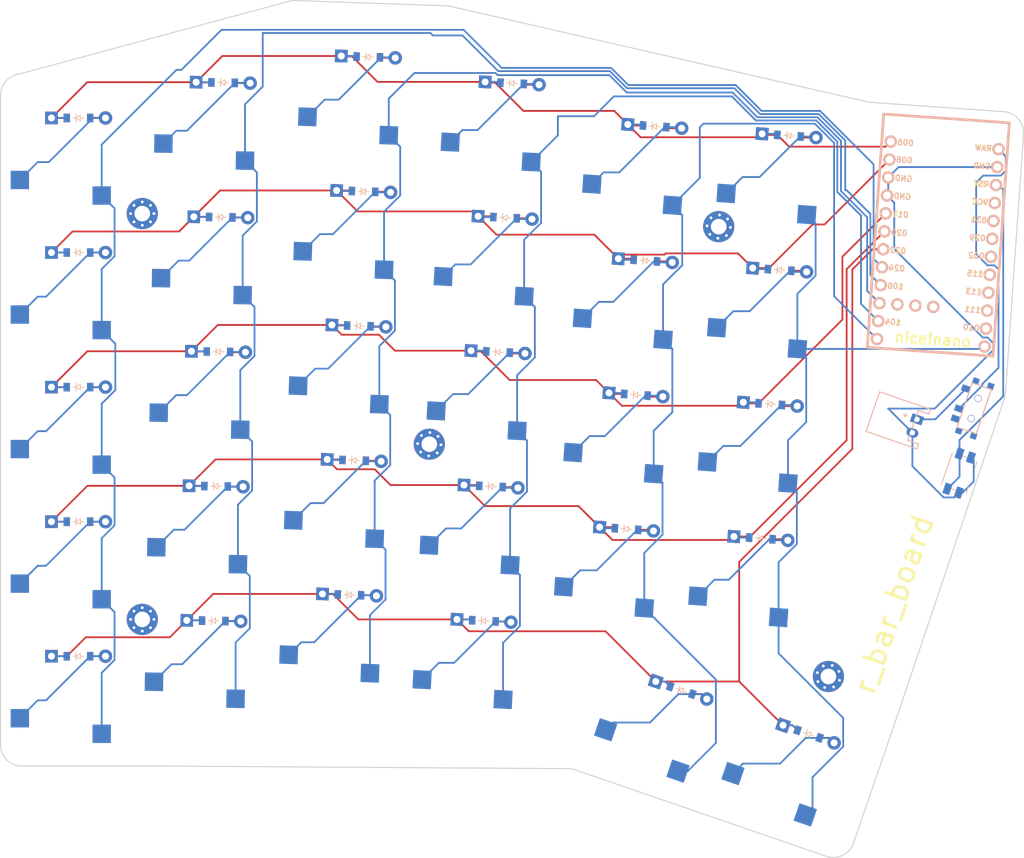
<source format=kicad_pcb>
(kicad_pcb (version 20240108) (generator "pcbnew") (generator_version "8.0")
  (title_block (title "left") (rev "v1.0.0") (company "Unknown"))
  (layers (0 "F.Cu" signal) (31 "B.Cu" signal) (34 "B.Paste" user) (35 "F.Paste" user) (36 "B.SilkS" user "B.Silkscreen") (37 "F.SilkS" user "F.Silkscreen") (38 "B.Mask" user) (39 "F.Mask" user) (44 "Edge.Cuts" user))
  (net 0 "")
  (net 1 "P024")
  (net 2 "outer_mod")
  (net 3 "outer_bottom")
  (net 4 "outer_home")
  (net 5 "outer_top")
  (net 6 "outer_num")
  (net 7 "P100")
  (net 8 "pinky_mod")
  (net 9 "pinky_bottom")
  (net 10 "pinky_home")
  (net 11 "pinky_top")
  (net 12 "pinky_num")
  (net 13 "P011")
  (net 14 "ring_mod")
  (net 15 "ring_bottom")
  (net 16 "ring_home")
  (net 17 "ring_top")
  (net 18 "ring_num")
  (net 19 "P104")
  (net 20 "middle_mod")
  (net 21 "middle_bottom")
  (net 22 "middle_home")
  (net 23 "middle_top")
  (net 24 "middle_num")
  (net 25 "P106")
  (net 26 "index_bottom")
  (net 27 "index_home")
  (net 28 "index_top")
  (net 29 "index_num")
  (net 30 "P009")
  (net 31 "inner_bottom")
  (net 32 "inner_home")
  (net 33 "inner_top")
  (net 34 "inner_num")
  (net 35 "space_thumb")
  (net 36 "mod_thumb")
  (net 37 "RAW")
  (net 38 "GND")
  (net 39 "RST")
  (net 40 "VCC")
  (net 41 "P031")
  (net 42 "P029")
  (net 43 "P002")
  (net 44 "P115")
  (net 45 "P113")
  (net 46 "P111")
  (net 47 "P010")
  (net 48 "P006")
  (net 49 "P008")
  (net 50 "P017")
  (net 51 "P020")
  (net 52 "P022")
  (net 53 "P101")
  (net 54 "P102")
  (net 55 "P107")
  (net 56 "pos")
  (footprint "E73:SPDT_C128955" (layer "F.Cu") (at 176.471128 160.018036 -109)
    (property "Reference" "T1" (hide yes))
    (property "Value" "" (hide yes))
  )
  (footprint "ComboDiode" (layer "F.Cu") (at 69.750453 152.006549 -1)
    (property "Reference" "D8" (hide yes))
    (property "Value" "" (hide yes))
  )
  (footprint "ComboDiode" (layer "F.Cu") (at 109.201089 152.052398 -3)
    (property "Reference" "D18" (hide yes))
    (property "Value" "" (hide yes))
  )
  (footprint "PG1350" (layer "F.Cu") (at 130.964416 125.166131 176)
    (property "Reference" "S24" (hide yes))
    (property "Value" "" (hide yes))
  )
  (footprint "JST_PH_S2B-PH-K_02x2.00mm_Angled" (layer "F.Cu") (at 168.002996 162.49609 -109)
    (property "Reference" "JST1" (hide yes))
    (property "Value" "" (hide yes))
  )
  (footprint "ComboDiode" (layer "F.Cu") (at 90.893775 110.381548 -2)
    (property "Reference" "D15" (hide yes))
    (property "Value" "" (hide yes))
  )
  (footprint "Panasonic_EVQPUL_EVQPUC" (layer "F.Cu") (at 174.278032 169.151646 -109)
    (property "Reference" "B1" (hide yes))
    (property "Value" "Panasonic_EVQPUL_EVQPUC" (hide yes))
  )
  (footprint "ComboDiode" (layer "F.Cu") (at 108.206706 171.026359 -3)
    (property "Reference" "D17" (hide yes))
    (property "Value" "" (hide yes))
  )
  (footprint "ComboDiode" (layer "F.Cu") (at 70.082049 133.009443 -1)
    (property "Reference" "D9" (hide yes))
    (property "Value" "" (hide yes))
  )
  (footprint "PG1350" (layer "F.Cu") (at 129.639043 144.119848 176)
    (property "Reference" "S23" (hide yes))
    (property "Value" "" (hide yes))
  )
  (footprint "ComboDiode" (layer "F.Cu") (at 147.61617 159.411117 -4)
    (property "Reference" "D26" (hide yes))
    (property "Value" "" (hide yes))
  )
  (footprint "PG1350" (layer "F.Cu") (at 88.066916 191.332205 178)
    (property "Reference" "S11" (hide yes))
    (property "Value" "" (hide yes))
  )
  (footprint "ComboDiode" (layer "F.Cu") (at 131.313199 120.17831 -4)
    (property "Reference" "D24" (hide yes))
    (property "Value" "" (hide yes))
  )
  (footprint "PG1350" (layer "F.Cu") (at 50 181 180)
    (property "Reference" "S2" (hide yes))
    (property "Value" "" (hide yes))
  )
  (footprint "PG1350" (layer "F.Cu") (at 50 143 180)
    (property "Reference" "S4" (hide yes))
    (property "Value" "" (hide yes))
  )
  (footprint "ComboDiode" (layer "F.Cu") (at 88.241413 186.335251 -2)
    (property "Reference" "D11" (hide yes))
    (property "Value" "" (hide yes))
  )
  (footprint "ComboDiode" (layer "F.Cu") (at 150.266916 121.503683 -4)
    (property "Reference" "D28" (hide yes))
    (property "Value" "" (hide yes))
  )
  (footprint "ComboDiode" (layer "F.Cu") (at 50 119)
    (property "Reference" "D5" (hide yes))
    (property "Value" "" (hide yes))
  )
  (footprint "ComboDiode" (layer "F.Cu") (at 69.418858 171.003655 -1)
    (property "Reference" "D7" (hide yes))
    (property "Value" "" (hide yes))
  )
  (footprint "ComboDiode" (layer "F.Cu") (at 90.230685 129.369974 -2)
    (property "Reference" "D14" (hide yes))
    (property "Value" "" (hide yes))
  )
  (footprint "PG1350" (layer "F.Cu") (at 108.939409 157.045545 177)
    (property "Reference" "S18" (hide yes))
    (property "Value" "" (hide yes))
  )
  (footprint "ComboDiode" (layer "F.Cu") (at 50 176)
    (property "Reference" "D2" (hide yes))
    (property "Value" "" (hide yes))
  )
  (footprint "PG1350" (layer "F.Cu") (at 149.918133 126.491504 176)
    (property "Reference" "S28" (hide yes))
    (property "Value" "" (hide yes))
  )
  (footprint "ComboDiode" (layer "F.Cu") (at 50 138)
    (property "Reference" "D4" (hide yes))
    (property "Value" "" (hide yes))
  )
  (footprint "PG1350" (layer "F.Cu") (at 109.933793 138.071584 177)
    (property "Reference" "S19" (hide yes))
    (property "Value" "" (hide yes))
  )
  (footprint "PG1350" (layer "F.Cu") (at 148.59276 145.445221 176)
    (property "Reference" "S27" (hide yes))
    (property "Value" "" (hide yes))
  )
  (footprint "ComboDiode" (layer "F.Cu") (at 146.290797 178.364834 -4)
    (property "Reference" "D25" (hide yes))
    (property "Value" "" (hide yes))
  )
  (footprint "ComboDiode" (layer "F.Cu") (at 128.662453 158.085744 -4)
    (property "Reference" "D22" (hide yes))
    (property "Value" "" (hide yes))
  )
  (footprint "PG1350" (layer "F.Cu") (at 107.945026 176.019507 177)
    (property "Reference" "S17" (hide yes))
    (property "Value" "" (hide yes))
  )
  (footprint "ComboDiode" (layer "F.Cu") (at 70.413645 114.012337 -1)
    (property "Reference" "D10" (hide yes))
    (property "Value" "" (hide yes))
  )
  (footprint "PG1350" (layer "F.Cu") (at 50 200 180)
    (property "Reference" "S1" (hide yes))
    (property "Value" "" (hide yes))
  )
  (footprint "PG1350" (layer "F.Cu") (at 106.950643 194.993468 177)
    (property "Reference" "S16" (hide yes))
    (property "Value" "" (hide yes))
  )
  (footprint "ComboDiode" (layer "F.Cu") (at 50 195)
    (property "Reference" "D1" (hide yes))
    (property "Value" "" (hide yes))
  )
  (footprint "ComboDiode" (layer "F.Cu") (at 129.987826 139.132027 -4)
    (property "Reference" "D23" (hide yes))
    (property "Value" "" (hide yes))
  )
  (footprint "MountingHole_2.2mm_M2_Pad_Via" (layer "F.Cu") (at 140.347127 134.34299 -4)
    (property "Reference" "_4" (hide yes))
    (property "Value" "")
  )
  (footprint "MountingHole_2.2mm_M2_Pad_Via" (layer "F.Cu") (at 59 189.8)
    (property "Reference" "_2" (hide yes))
    (property "Value" "")
  )
  (footprint "ComboDiode" (layer "F.Cu") (at 127.33708 177.039461 -4)
    (property "Reference" "D21" (hide yes))
    (property "Value" "" (hide yes))
  )
  (footprint "PG1350" (layer "F.Cu") (at 89.393097 153.355354 178)
    (property "Reference" "S13" (hide yes))
    (property "Value" "" (hide yes))
  )
  (footprint "PG1350" (layer "F.Cu") (at 128.31367 163.073565 176)
    (property "Reference" "S22" (hide yes))
    (property "Value" "" (hide yes))
  )
  (footprint "PG1350" (layer "F.Cu") (at 69.994787 138.008681 179)
    (property "Reference" "S9" (hide yes))
    (property "Value" "" (hide yes))
  )
  (footprint "ComboDiode" (layer "F.Cu") (at 153.026861 205.989945 -19)
    (property "Reference" "D30" (hide yes))
    (property "Value" "" (hide yes))
  )
  (footprint "ComboDiode" (layer "F.Cu") (at 148.941543 140.4574 -4)
    (property "Reference" "D27" (hide yes))
    (property "Value" "" (hide yes))
  )
  (footprint "MountingHole_2.2mm_M2_Pad_Via" (layer "F.Cu") (at 99.506888 165.062873 -3)
    (property "Reference" "_3" (hide yes))
    (property "Value" "")
  )
  (footprint "PG1350" (layer "F.Cu") (at 90.719277 115.378502 178)
    (property "Reference" "S15" (hide yes))
    (property "Value" "" (hide yes))
  )
  (footprint "MountingHole_2.2mm_M2_Pad_Via" (layer "F.Cu") (at 59 132.5)
    (property "Reference" "_1" (hide yes))
    (property "Value" "")
  )
  (footprint "PG1350" (layer "F.Cu") (at 69 195 179)
    (property "Reference" "S6" (hide yes))
    (property "Value" "" (hide yes))
  )
  (footprint "ComboDiode" (layer "F.Cu") (at 50 157)
    (property "Reference" "D3" (hide yes))
    (property "Value" "" (hide yes))
  )
  (footprint "PG1350" (layer "F.Cu") (at 50 124 180)
    (property "Reference" "S5" (hide yes))
    (property "Value" "" (hide yes))
  )
  (footprint "MountingHole_2.2mm_M2_Pad_Via" (layer "F.Cu") (at 155.826747 197.858485 -19)
    (property "Reference" "_5" (hide yes))
    (property "Value" "")
  )
  (footprint "PG1350" (layer "F.Cu") (at 69.663191 157.005788 179)
    (property "Reference" "S8" (hide yes))
    (property "Value" "" (hide yes))
  )
  (footprint "nice_nano" (layer "F.Cu") (at 171.250686 136.80471 -94)
    (property "Reference" "MCU1" (hide yes))
    (property "Value" "nice_nano" (hide yes))
  )
  (footprint "ComboDiode" (layer "F.Cu") (at 107.212323 190.00032 -3)
    (property "Reference" "D16" (hide yes))
    (property "Value" "" (hide yes))
  )
  (footprint "ComboDiode" (layer "F.Cu") (at 110.195472 133.078437 -3)
    (property "Reference" "D19" (hide yes))
    (property "Value" "" (hide yes))
  )
  (footprint "PG1350" (layer "F.Cu") (at 133.434167 204.531743 161)
    (property "Reference" "S29" (hide yes))
    (property "Value" "" (hide yes))
  )
  (footprint "PG1350" (layer "F.Cu") (at 147.267387 164.398938 176)
    (property "Reference" "S26" (hide yes))
    (property "Value" "" (hide yes))
  )
  (footprint "PG1350" (layer "F.Cu") (at 50 162 180)
    (property "Reference" "S3" (hide yes))
    (property "Value" "" (hide yes))
  )
  (footprint "ComboDiode" (layer "F.Cu") (at 135.062008 199.80415 -19)
    (property "Reference" "D29" (hide yes))
    (property "Value" "" (hide yes))
  )
  (footprint "PG1350" (layer "F.Cu") (at 110.928176 119.097623 177)
    (property "Reference" "S20" (hide yes))
    (property "Value" "" (hide yes))
  )
  (footprint "ComboDiode" (layer "F.Cu") (at 111.189856 114.104475 -3)
    (property "Reference" "D20" (hide yes))
    (property "Value" "" (hide yes))
  )
  (footprint "PG1350" (layer "F.Cu") (at 70.326383 119.011575 179)
    (property "Reference" "S10" (hide yes))
    (property "Value" "" (hide yes))
  )
  (footprint "PG1350" (layer "F.Cu") (at 90.056187 134.366928 178)
    (property "Reference" "S14" (hide yes))
    (property "Value" "" (hide yes))
  )
  (footprint "ComboDiode" (layer "F.Cu") (at 89.567594 148.358399 -2)
    (property "Reference" "D13" (hide yes))
    (property "Value" "" (hide yes))
  )
  (footprint "PG1350" (layer "F.Cu") (at 69.331596 176.002894 179)
    (property "Reference" "S7" (hide yes))
    (property "Value" "" (hide yes))
  )
  (footprint "ComboDiode" (layer "F.Cu") (at 88.904504 167.346825 -2)
    (property "Reference" "D12" (hide yes))
    (property "Value" "" (hide yes))
  )
  (footprint "PG1350" (layer "F.Cu") (at 88.730006 172.343779 178)
    (property "Reference" "S12" (hide yes))
    (property "Value" "" (hide yes))
  )
  (footprint "PG1350" (layer "F.Cu") (at 126.988297 182.027282 176)
    (property "Reference" "S21" (hide yes))
    (property "Value" "" (hide yes))
  )
  (footprint "ComboDiode" (layer "F.Cu") (at 69.087262 190.000762 -1)
    (property "Reference" "D6" (hide yes))
    (property "Value" "" (hide yes))
  )
  (footprint "PG1350" (layer "F.Cu") (at 151.39902 210.717537 161)
    (property "Reference" "S30" (hide yes))
    (property "Value" "" (hide yes))
  )
  (footprint "PG1350" (layer "F.Cu") (at 145.942014 183.352655 176)
    (property "Reference" "S25" (hide yes))
    (property "Value" "" (hide yes))
  )
  (gr_arc (start 119.12293 210.875261) (mid 119.608253 210.917955) (end 120.080266 211.038643) (stroke (width 0.15)) (layer "Edge.Cuts"))
  (gr_arc (start 101.866416 103.160088) (mid 102.150547 103.183565) (end 102.431166 103.233908) (stroke (width 0.15)) (layer "Edge.Cuts"))
  (gr_line (start 165.21507 204.379903) (end 159.357964 221.390177) (stroke (width 0.15)) (layer "Edge.Cuts"))
  (gr_arc (start 161.856527 116.800678) (mid 161.625111 116.775442) (end 161.396348 116.732338) (stroke (width 0.15)) (layer "Edge.Cuts"))
  (gr_arc (start 159.357964 221.390177) (mid 157.836521 223.109855) (end 155.544703 223.250028) (stroke (width 0.15)) (layer "Edge.Cuts"))
  (gr_arc (start 39 115.798344) (mid 39.618546 113.973877) (end 41.219119 112.901756) (stroke (width 0.15)) (layer "Edge.Cuts"))
  (gr_line (start 155.544703 223.250028) (end 120.080266 211.038643) (stroke (width 0.15)) (layer "Edge.Cuts"))
  (gr_line (start 102.431166 103.233908) (end 161.396348 116.732338) (stroke (width 0.15)) (layer "Edge.Cuts"))
  (gr_line (start 183.360921 121.311737) (end 180.806803 157.837322) (stroke (width 0.15)) (layer "Edge.Cuts"))
  (gr_arc (start 165.221245 204.361782) (mid 165.218172 204.370848) (end 165.21507 204.379904) (stroke (width 0.15)) (layer "Edge.Cuts"))
  (gr_line (start 61 210.5) (end 42 210.5) (stroke (width 0.15)) (layer "Edge.Cuts"))
  (gr_arc (start 180.577497 118.109776) (mid 182.632356 119.134291) (end 183.36092 121.311737) (stroke (width 0.15)) (layer "Edge.Cuts"))
  (gr_line (start 161.856527 116.800678) (end 180.577498 118.109775) (stroke (width 0.15)) (layer "Edge.Cuts"))
  (gr_line (start 180.656842 158.586635) (end 165.221246 204.361781) (stroke (width 0.15)) (layer "Edge.Cuts"))
  (gr_line (start 119.12293 210.875261) (end 61 210.500062) (stroke (width 0.15)) (layer "Edge.Cuts"))
  (gr_line (start 80.616132 102.418012) (end 101.866416 103.160088) (stroke (width 0.15)) (layer "Edge.Cuts"))
  (gr_arc (start 42 210.5) (mid 39.87868 209.62132) (end 39 207.5) (stroke (width 0.15)) (layer "Edge.Cuts"))
  (gr_arc (start 79.730553 102.519596) (mid 80.169549 102.435729) (end 80.616132 102.418012) (stroke (width 0.15)) (layer "Edge.Cuts"))
  (gr_arc (start 180.806803 157.837322) (mid 180.755779 158.216773) (end 180.656842 158.586635) (stroke (width 0.15)) (layer "Edge.Cuts"))
  (gr_line (start 41.219119 112.901756) (end 79.730553 102.519596) (stroke (width 0.15)) (layer "Edge.Cuts"))
  (gr_line (start 39 207.5) (end 39 115.798344) (stroke (width 0.15)) (layer "Edge.Cuts"))
  (gr_text "r_bar_board" (at 160.655815 200.420244 71) (layer "F.SilkS") (effects (font (size 3 3) (thickness 0.4)) (justify left)))
  (segment (start 163.383476 140.073885) (end 162.2 138.890409) (width 0.25) (layer "B.Cu") (net 1))
  (segment (start 125.168198 111.931802) (end 109.731802 111.931802) (width 0.25) (layer "B.Cu") (net 1))
  (segment (start 154.650422 118) (end 146.386396 118) (width 0.25) (layer "B.Cu") (net 1))
  (segment (start 53.275 148.95) (end 53.275 140.341658) (width 0.25) (layer "B.Cu") (net 1))
  (segment (start 142.736396 114.35) (end 127.586396 114.35) (width 0.25) (layer "B.Cu") (net 1))
  (segment (start 55.0875 131.7625) (end 53.275 129.95) (width 0.25) (layer "B.Cu") (net 1))
  (segment (start 53.275 159.341658) (end 55.2 157.416658) (width 0.25) (layer "B.Cu") (net 1))
  (segment (start 70.182371 106.55) (end 64.532371 112.2) (width 0.25) (layer "B.Cu") (net 1))
  (segment (start 53.275 205.95) (end 53.275 197.341658) (width 0.25) (layer "B.Cu") (net 1))
  (segment (start 55.2 150.875) (end 53.275 148.95) (width 0.25) (layer "B.Cu") (net 1))
  (segment (start 53.275 122.757371) (end 53.275 129.95) (width 0.25) (layer "B.Cu") (net 1))
  (segment (start 53.275 140.341658) (end 55.0875 138.529158) (width 0.25) (layer "B.Cu") (net 1))
  (segment (start 146.386396 118) (end 142.736396 114.35) (width 0.25) (layer "B.Cu") (net 1))
  (segment (start 162.2 125.549578) (end 154.650422 118) (width 0.25) (layer "B.Cu") (net 1))
  (segment (start 55.0875 176.529158) (end 55.0875 169.7625) (width 0.25) (layer "B.Cu") (net 1))
  (segment (start 55.2 157.416658) (end 55.2 150.875) (width 0.25) (layer "B.Cu") (net 1))
  (segment (start 53.275 197.341658) (end 55.0875 195.529158) (width 0.25) (layer "B.Cu") (net 1))
  (segment (start 127.586396 114.35) (end 125.168198 111.931802) (width 0.25) (layer "B.Cu") (net 1))
  (segment (start 55.0875 138.529158) (end 55.0875 131.7625) (width 0.25) (layer "B.Cu") (net 1))
  (segment (start 64.532371 112.2) (end 63.832371 112.2) (width 0.25) (layer "B.Cu") (net 1))
  (segment (start 109.731802 111.931802) (end 104.35 106.55) (width 0.25) (layer "B.Cu") (net 1))
  (segment (start 53.275 167.95) (end 53.275 159.341658) (width 0.25) (layer "B.Cu") (net 1))
  (segment (start 53.275 186.95) (end 53.275 178.341658) (width 0.25) (layer "B.Cu") (net 1))
  (segment (start 63.832371 112.2) (end 53.275 122.757371) (width 0.25) (layer "B.Cu") (net 1))
  (segment (start 55.0875 169.7625) (end 53.275 167.95) (width 0.25) (layer "B.Cu") (net 1))
  (segment (start 55.0875 188.7625) (end 53.275 186.95) (width 0.25) (layer "B.Cu") (net 1))
  (segment (start 162.2 138.890409) (end 162.2 125.549578) (width 0.25) (layer "B.Cu") (net 1))
  (segment (start 104.35 106.55) (end 70.182371 106.55) (width 0.25) (layer "B.Cu") (net 1))
  (segment (start 53.275 178.341658) (end 55.0875 176.529158) (width 0.25) (layer "B.Cu") (net 1))
  (segment (start 55.0875 195.529158) (end 55.0875 188.7625) (width 0.25) (layer "B.Cu") (net 1))
  (segment (start 51.65 195) (end 53.81 195) (width 0.25) (layer "F.Cu") (net 2))
  (segment (start 41.725 203.75) (end 44.2491 201.2259) (width 0.25) (layer "B.Cu") (net 2))
  (segment (start 45.4241 201.2259) (end 51.65 195) (width 0.25) (layer "B.Cu") (net 2))
  (segment (start 44.2491 201.2259) (end 45.4241 201.2259) (width 0.25) (layer "B.Cu") (net 2))
  (segment (start 51.65 195) (end 53.81 195) (width 0.25) (layer "B.Cu") (net 2))
  (segment (start 51.65 176) (end 53.81 176) (width 0.25) (layer "F.Cu") (net 3))
  (segment (start 45.4241 182.2259) (end 51.65 176) (width 0.25) (layer "B.Cu") (net 3))
  (segment (start 41.725 184.75) (end 44.2491 182.2259) (width 0.25) (layer "B.Cu") (net 3))
  (segment (start 53.81 176) (end 51.65 176) (width 0.25) (layer "B.Cu") (net 3))
  (segment (start 44.2491 182.2259) (end 45.4241 182.2259) (width 0.25) (layer "B.Cu") (net 3))
  (segment (start 53.81 157) (end 51.65 157) (width 0.25) (layer "F.Cu") (net 4))
  (segment (start 45.4241 163.2259) (end 51.65 157) (width 0.25) (layer "B.Cu") (net 4))
  (segment (start 51.65 157) (end 53.81 157) (width 0.25) (layer "B.Cu") (net 4))
  (segment (start 44.2491 163.2259) (end 45.4241 163.2259) (width 0.25) (layer "B.Cu") (net 4))
  (segment (start 41.725 165.75) (end 44.2491 163.2259) (width 0.25) (layer "B.Cu") (net 4))
  (segment (start 51.65 138) (end 53.81 138) (width 0.25) (layer "F.Cu") (net 5))
  (segment (start 53.81 138) (end 51.65 138) (width 0.25) (layer "B.Cu") (net 5))
  (segment (start 45.4241 144.2259) (end 51.65 138) (width 0.25) (layer "B.Cu") (net 5))
  (segment (start 44.2491 144.2259) (end 45.4241 144.2259) (width 0.25) (layer "B.Cu") (net 5))
  (segment (start 41.725 146.75) (end 44.2491 144.2259) (width 0.25) (layer "B.Cu") (net 5))
  (segment (start 53.81 119) (end 51.65 119) (width 0.25) (layer "F.Cu") (net 6))
  (segment (start 45.819101 125.2259) (end 51.65 119.395001) (width 0.25) (layer "B.Cu") (net 6))
  (segment (start 44.2491 125.2259) (end 45.819101 125.2259) (width 0.25) (layer "B.Cu") (net 6))
  (segment (start 51.65 119) (end 53.81 119) (width 0.25) (layer "B.Cu") (net 6))
  (segment (start 41.725 127.75) (end 44.2491 125.2259) (width 0.25) (layer "B.Cu") (net 6))
  (segment (start 51.65 119.395001) (end 51.65 119) (width 0.25) (layer "B.Cu") (net 6))
  (segment (start 72.502255 182.009144) (end 72.502255 173.60283) (width 0.25) (layer "B.Cu") (net 7))
  (segment (start 158.2 129.2) (end 158.4 129.2) (width 0.25) (layer "B.Cu") (net 7))
  (segment (start 72.170659 193.053342) (end 74.174182 191.049819) (width 0.25) (layer "B.Cu") (net 7))
  (segment (start 72.502255 173.60283) (end 74.505778 171.599307) (width 0.25) (layer "B.Cu") (net 7))
  (segment (start 73.165446 135.608618) (end 75.168969 133.605095) (width 0.25) (layer "B.Cu") (net 7))
  (segment (start 127.4 114.8) (end 142.55 114.8) (width 0.25) (layer "B.Cu") (net 7))
  (segment (start 73.165446 144.014931) (end 73.165446 135.608618) (width 0.25) (layer "B.Cu") (net 7))
  (segment (start 146.2 118.45) (end 154.464026 118.45) (width 0.25) (layer "B.Cu") (net 7))
  (segment (start 161.75 141.151403) (end 163.206294 142.607697) (width 0.25) (layer "B.Cu") (net 7))
  (segment (start 74.174182 183.681071) (end 72.502255 182.009144) (width 0.25) (layer "B.Cu") (net 7))
  (segment (start 158.4 129.2) (end 161.75 132.55) (width 0.25) (layer "B.Cu") (net 7))
  (segment (start 74.837373 152.602201) (end 74.837373 145.686858) (width 0.25) (layer "B.Cu") (net 7))
  (segment (start 73.497042 117.064917) (end 76 114.561959) (width 0.25) (layer "B.Cu") (net 7))
  (segment (start 75.168969 126.689752) (end 73.497042 125.017825) (width 0.25) (layer "B.Cu") (net 7))
  (segment (start 99.663604 107) (end 100.013604 107.35) (width 0.25) (layer "B.Cu") (net 7))
  (segment (start 124.981802 112.381802) (end 127.4 114.8) (width 0.25) (layer "B.Cu") (net 7))
  (segment (start 74.837373 145.686858) (end 73.165446 144.014931) (width 0.25) (layer "B.Cu") (net 7))
  (segment (start 75.168969 133.605095) (end 75.168969 126.689752) (width 0.25) (layer "B.Cu") (net 7))
  (segment (start 142.55 114.8) (end 146.2 118.45) (width 0.25) (layer "B.Cu") (net 7))
  (segment (start 76 107) (end 99.663604 107) (width 0.25) (layer "B.Cu") (net 7))
  (segment (start 72.83385 154.605724) (end 74.837373 152.602201) (width 0.25) (layer "B.Cu") (net 7))
  (segment (start 74.505778 164.683966) (end 72.83385 163.012038) (width 0.25) (layer "B.Cu") (net 7))
  (segment (start 104.186396 107.35) (end 109.218198 112.381802) (width 0.25) (layer "B.Cu") (net 7))
  (segment (start 109.218198 112.381802) (end 124.981802 112.381802) (width 0.25) (layer "B.Cu") (net 7))
  (segment (start 74.174182 191.049819) (end 74.174182 183.681071) (width 0.25) (layer "B.Cu") (net 7))
  (segment (start 158.2 122.185974) (end 158.2 129.2) (width 0.25) (layer "B.Cu") (net 7))
  (segment (start 154.464026 118.45) (end 158.2 122.185974) (width 0.25) (layer "B.Cu") (net 7))
  (segment (start 74.505778 171.599307) (end 74.505778 164.683966) (width 0.25) (layer "B.Cu") (net 7))
  (segment (start 161.75 132.55) (end 161.75 141.151403) (width 0.25) (layer "B.Cu") (net 7))
  (segment (start 72.83385 163.012038) (end 72.83385 154.605724) (width 0.25) (layer "B.Cu") (net 7))
  (segment (start 72.170659 201.00625) (end 72.170659 193.053342) (width 0.25) (layer "B.Cu") (net 7))
  (segment (start 73.497042 125.017825) (end 73.497042 117.064917) (width 0.25) (layer "B.Cu") (net 7))
  (segment (start 100.013604 107.35) (end 104.186396 107.35) (width 0.25) (layer "B.Cu") (net 7))
  (segment (start 76 114.561959) (end 76 107) (width 0.25) (layer "B.Cu") (net 7))
  (segment (start 72.858984 190.029558) (end 72.896682 190.067256) (width 0.25) (layer "F.Cu") (net 8))
  (segment (start 70.737011 190.029558) (end 72.858984 190.029558) (width 0.25) (layer "F.Cu") (net 8))
  (segment (start 63.135912 196.129912) (end 64.636657 196.129912) (width 0.25) (layer "B.Cu") (net 8))
  (segment (start 70.737011 190.029558) (end 72.858984 190.029558) (width 0.25) (layer "B.Cu") (net 8))
  (segment (start 60.660814 198.60501) (end 63.135912 196.129912) (width 0.25) (layer "B.Cu") (net 8))
  (segment (start 64.636657 196.129912) (end 70.737011 190.029558) (width 0.25) (layer "B.Cu") (net 8))
  (segment (start 72.858984 190.029558) (end 72.896682 190.067256) (width 0.25) (layer "B.Cu") (net 8))
  (segment (start 73.19058 171.032451) (end 73.228278 171.070149) (width 0.25) (layer "F.Cu") (net 9))
  (segment (start 71.068607 171.032451) (end 73.19058 171.032451) (width 0.25) (layer "F.Cu") (net 9))
  (segment (start 71.106305 171.070149) (end 71.068607 171.032451) (width 0.25) (layer "B.Cu") (net 9))
  (segment (start 63.467508 177.132806) (end 64.968252 177.132806) (width 0.25) (layer "B.Cu") (net 9))
  (segment (start 60.99241 179.607904) (end 63.467508 177.132806) (width 0.25) (layer "B.Cu") (net 9))
  (segment (start 73.228278 171.070149) (end 71.106305 171.070149) (width 0.25) (layer "B.Cu") (net 9))
  (segment (start 64.968252 177.132806) (end 71.068607 171.032451) (width 0.25) (layer "B.Cu") (net 9))
  (segment (start 71.4379 152.073043) (end 71.400202 152.035345) (width 0.25) (layer "F.Cu") (net 10))
  (segment (start 73.559873 152.073043) (end 71.4379 152.073043) (width 0.25) (layer "F.Cu") (net 10))
  (segment (start 63.799103 158.1357) (end 65.299847 158.1357) (width 0.25) (layer "B.Cu") (net 10))
  (segment (start 73.522175 152.035345) (end 73.559873 152.073043) (width 0.25) (layer "B.Cu") (net 10))
  (segment (start 65.299847 158.1357) (end 71.400202 152.035345) (width 0.25) (layer "B.Cu") (net 10))
  (segment (start 61.324005 160.610798) (end 63.799103 158.1357) (width 0.25) (layer "B.Cu") (net 10))
  (segment (start 71.400202 152.035345) (end 73.522175 152.035345) (width 0.25) (layer "B.Cu") (net 10))
  (segment (start 71.731798 133.038239) (end 73.853771 133.038239) (width 0.25) (layer "F.Cu") (net 11))
  (segment (start 73.853771 133.038239) (end 73.891469 133.075937) (width 0.25) (layer "F.Cu") (net 11))
  (segment (start 73.891469 133.075937) (end 71.769496 133.075937) (width 0.25) (layer "B.Cu") (net 11))
  (segment (start 65.631444 139.138593) (end 71.731798 133.038239) (width 0.25) (layer "B.Cu") (net 11))
  (segment (start 61.655601 141.613691) (end 64.130699 139.138593) (width 0.25) (layer "B.Cu") (net 11))
  (segment (start 71.769496 133.075937) (end 71.731798 133.038239) (width 0.25) (layer "B.Cu") (net 11))
  (segment (start 64.130699 139.138593) (end 65.631444 139.138593) (width 0.25) (layer "B.Cu") (net 11))
  (segment (start 72.101092 114.078831) (end 72.063394 114.041133) (width 0.25) (layer "F.Cu") (net 12))
  (segment (start 74.223065 114.078831) (end 72.101092 114.078831) (width 0.25) (layer "F.Cu") (net 12))
  (segment (start 61.987197 122.616585) (end 63.80504 120.798742) (width 0.25) (layer "B.Cu") (net 12))
  (segment (start 65.305785 120.798742) (end 72.063394 114.041133) (width 0.25) (layer "B.Cu") (net 12))
  (segment (start 72.063394 114.041133) (end 74.185367 114.041133) (width 0.25) (layer "B.Cu") (net 12))
  (segment (start 63.80504 120.798742) (end 65.305785 120.798742) (width 0.25) (layer "B.Cu") (net 12))
  (segment (start 74.185367 114.041133) (end 74.223065 114.078831) (width 0.25) (layer "B.Cu") (net 12))
  (segment (start 91.132269 189.191699) (end 93.326592 186.997376) (width 0.25) (layer "B.Cu") (net 13))
  (segment (start 108.845767 112.645767) (end 97.406925 112.645767) (width 0.25) (layer "B.Cu") (net 13))
  (segment (start 161.3 133.017031) (end 161.3 143.412397) (width 0.25) (layer "B.Cu") (net 13))
  (segment (start 93.12154 140.427599) (end 93.12154 132.226423) (width 0.25) (layer "B.Cu") (net 13))
  (segment (start 93.989683 160.947258) (end 92.45845 159.416025) (width 0.25) (layer "B.Cu") (net 13))
  (segment (start 127.363604 115.4) (end 142.3 115.4) (width 0.25) (layer "B.Cu") (net 13))
  (segment (start 93.326592 179.935683) (end 91.795359 178.40445) (width 0.25) (layer "B.Cu") (net 13))
  (segment (start 92.45845 159.416025) (end 92.45845 151.214847) (width 0.25) (layer "B.Cu") (net 13))
  (segment (start 92.45845 151.214847) (end 94.652773 149.020524) (width 0.25) (layer "B.Cu") (net 13))
  (segment (start 124.913604 112.95) (end 127.363604 115.4) (width 0.25) (layer "B.Cu") (net 13))
  (segment (start 145.8 118.9) (end 154.27763 118.9) (width 0.25) (layer "B.Cu") (net 13))
  (segment (start 142.3 115.4) (end 145.8 118.9) (width 0.25) (layer "B.Cu") (net 13))
  (segment (start 94.652773 141.958832) (end 93.12154 140.427599) (width 0.25) (layer "B.Cu") (net 13))
  (segment (start 93.12154 132.226423) (end 95.4 129.947963) (width 0.25) (layer "B.Cu") (net 13))
  (segment (start 157.6 129.317031) (end 161.3 133.017031) (width 0.25) (layer "B.Cu") (net 13))
  (segment (start 154.27763 118.9) (end 157.6 122.22237) (width 0.25) (layer "B.Cu") (net 13))
  (segment (start 94.652773 149.020524) (end 94.652773 141.958832) (width 0.25) (layer "B.Cu") (net 13))
  (segment (start 95.4 123.054543) (end 93.78463 121.439173) (width 0.25) (layer "B.Cu") (net 13))
  (segment (start 97.406925 112.645767) (end 93.78463 116.268062) (width 0.25) (layer "B.Cu") (net 13))
  (segment (start 109.15 112.95) (end 124.913604 112.95) (width 0.25) (layer "B.Cu") (net 13))
  (segment (start 161.3 143.412397) (end 163.029113 145.14151) (width 0.25) (layer "B.Cu") (net 13))
  (segment (start 109.15 112.95) (end 108.845767 112.645767) (width 0.25) (layer "B.Cu") (net 13))
  (segment (start 91.795359 178.40445) (end 91.795359 170.203274) (width 0.25) (layer "B.Cu") (net 13))
  (segment (start 93.989683 168.00895) (end 93.989683 160.947258) (width 0.25) (layer "B.Cu") (net 13))
  (segment (start 95.4 129.947963) (end 95.4 123.054543) (width 0.25) (layer "B.Cu") (net 13))
  (segment (start 91.132269 197.392876) (end 91.132269 189.191699) (width 0.25) (layer "B.Cu") (net 13))
  (segment (start 91.795359 170.203274) (end 93.989683 168.00895) (width 0.25) (layer "B.Cu") (net 13))
  (segment (start 93.78463 121.439173) (end 93.78463 116.268062) (width 0.25) (layer "B.Cu") (net 13))
  (segment (start 93.326592 186.997376) (end 93.326592 179.935683) (width 0.25) (layer "B.Cu") (net 13))
  (segment (start 157.6 122.22237) (end 157.6 129.317031) (width 0.25) (layer "B.Cu") (net 13))
  (segment (start 89.890408 186.392835) (end 91.973709 186.392835) (width 0.25) (layer "F.Cu") (net 14))
  (segment (start 91.973709 186.392835) (end 92.049092 186.468218) (width 0.25) (layer "F.Cu") (net 14))
  (segment (start 91.973709 186.392835) (end 92.049092 186.468218) (width 0.25) (layer "B.Cu") (net 14))
  (segment (start 79.666084 194.791127) (end 81.426788 193.030423) (width 0.25) (layer "B.Cu") (net 14))
  (segment (start 83.25282 193.030423) (end 89.890408 186.392835) (width 0.25) (layer "B.Cu") (net 14))
  (segment (start 89.890408 186.392835) (end 91.973709 186.392835) (width 0.25) (layer "B.Cu") (net 14))
  (segment (start 81.426788 193.030423) (end 83.25282 193.030423) (width 0.25) (layer "B.Cu") (net 14))
  (segment (start 90.553499 167.404409) (end 92.6368 167.404409) (width 0.25) (layer "F.Cu") (net 15))
  (segment (start 92.6368 167.404409) (end 92.712183 167.479792) (width 0.25) (layer "F.Cu") (net 15))
  (segment (start 84.580176 173.377732) (end 90.553499 167.404409) (width 0.25) (layer "B.Cu") (net 15))
  (segment (start 90.628882 167.479792) (end 90.553499 167.404409) (width 0.25) (layer "B.Cu") (net 15))
  (segment (start 80.329174 175.802701) (end 82.754143 173.377732) (width 0.25) (layer "B.Cu") (net 15))
  (segment (start 92.712183 167.479792) (end 90.628882 167.479792) (width 0.25) (layer "B.Cu") (net 15))
  (segment (start 82.754143 173.377732) (end 84.580176 173.377732) (width 0.25) (layer "B.Cu") (net 15))
  (segment (start 91.291972 148.491366) (end 91.216589 148.415983) (width 0.25) (layer "F.Cu") (net 16))
  (segment (start 93.375273 148.491366) (end 91.291972 148.491366) (width 0.25) (layer "F.Cu") (net 16))
  (segment (start 93.29989 148.415983) (end 93.375273 148.491366) (width 0.25) (layer "B.Cu") (net 16))
  (segment (start 85.243265 154.389307) (end 91.216589 148.415983) (width 0.25) (layer "B.Cu") (net 16))
  (segment (start 91.216589 148.415983) (end 93.29989 148.415983) (width 0.25) (layer "B.Cu") (net 16))
  (segment (start 83.417234 154.389307) (end 85.243265 154.389307) (width 0.25) (layer "B.Cu") (net 16))
  (segment (start 80.992265 156.814276) (end 83.417234 154.389307) (width 0.25) (layer "B.Cu") (net 16))
  (segment (start 91.87968 129.427558) (end 93.962981 129.427558) (width 0.25) (layer "F.Cu") (net 17))
  (segment (start 93.962981 129.427558) (end 94.038364 129.502941) (width 0.25) (layer "F.Cu") (net 17))
  (segment (start 81.655355 137.82585) (end 84.080324 135.400881) (width 0.25) (layer "B.Cu") (net 17))
  (segment (start 85.906357 135.400881) (end 91.87968 129.427558) (width 0.25) (layer "B.Cu") (net 17))
  (segment (start 84.080324 135.400881) (end 85.906357 135.400881) (width 0.25) (layer "B.Cu") (net 17))
  (segment (start 94.038364 129.502941) (end 91.955063 129.502941) (width 0.25) (layer "B.Cu") (net 17))
  (segment (start 91.955063 129.502941) (end 91.87968 129.427558) (width 0.25) (layer "B.Cu") (net 17))
  (segment (start 92.618153 110.514515) (end 92.54277 110.439132) (width 0.25) (layer "F.Cu") (net 18))
  (segment (start 94.701454 110.514515) (end 92.618153 110.514515) (width 0.25) (layer "F.Cu") (net 18))
  (segment (start 84.743414 116.412455) (end 86.730325 116.412455) (width 0.25) (layer "B.Cu") (net 18))
  (segment (start 86.730325 116.412455) (end 92.54277 110.60001) (width 0.25) (layer "B.Cu") (net 18))
  (segment (start 92.54277 110.439132) (end 94.626071 110.439132) (width 0.25) (layer "B.Cu") (net 18))
  (segment (start 92.54277 110.60001) (end 92.54277 110.439132) (width 0.25) (layer "B.Cu") (net 18))
  (segment (start 94.626071 110.439132) (end 94.701454 110.514515) (width 0.25) (layer "B.Cu") (net 18))
  (segment (start 82.318445 118.837424) (end 84.743414 116.412455) (width 0.25) (layer "B.Cu") (net 18))
  (segment (start 114.4 145.691924) (end 112.892906 144.18483) (width 0.25) (layer "B.Cu") (net 19))
  (segment (start 113.887289 125.210869) (end 117.646538 121.45162) (width 0.25) (layer "B.Cu") (net 19))
  (segment (start 112.892906 136.19184) (end 115.277751 133.806995) (width 0.25) (layer "B.Cu") (net 19))
  (segment (start 112.294602 190.728878) (end 112.294602 183.523216) (width 0.25) (layer "B.Cu") (net 19))
  (segment (start 113.288985 164.549254) (end 111.898522 163.158791) (width 0.25) (layer "B.Cu") (net 19))
  (segment (start 112.294602 183.523216) (end 110.904139 182.132753) (width 0.25) (layer "B.Cu") (net 19))
  (segment (start 145.6 119.35) (end 154.091234 119.35) (width 0.25) (layer "B.Cu") (net 19))
  (segment (start 110.904139 174.139763) (end 113.288985 171.754917) (width 0.25) (layer "B.Cu") (net 19))
  (segment (start 109.909756 201.106714) (end 109.909756 193.113724) (width 0.25) (layer "B.Cu") (net 19))
  (segment (start 111.898522 155.310433) (end 114.4 152.808955) (width 0.25) (layer "B.Cu") (net 19))
  (segment (start 112.892906 144.18483) (end 112.892906 136.19184) (width 0.25) (layer "B.Cu") (net 19))
  (segment (start 157.080635 122.339401) (end 157.080635 129.434062) (width 0.25) (layer "B.Cu") (net 19))
  (segment (start 111.898522 163.158791) (end 111.898522 155.310433) (width 0.25) (layer "B.Cu") (net 19))
  (segment (start 115.277751 133.806995) (end 115.277751 126.601331) (width 0.25) (layer "B.Cu") (net 19))
  (segment (start 160.423287 132.776714) (end 160.423287 145.246679) (width 0.25) (layer "B.Cu") (net 19))
  (segment (start 110.904139 182.132753) (end 110.904139 174.139763) (width 0.25) (layer "B.Cu") (net 19))
  (segment (start 142.2 115.95) (end 145.6 119.35) (width 0.25) (layer "B.Cu") (net 19))
  (segment (start 160.423287 145.246679) (end 162.851931 147.675323) (width 0.25) (layer "B.Cu") (net 19))
  (segment (start 154.091234 119.35) (end 157.080635 122.339401) (width 0.25) (layer "B.Cu") (net 19))
  (segment (start 113.288985 171.754917) (end 113.288985 164.549254) (width 0.25) (layer "B.Cu") (net 19))
  (segment (start 117.646538 121.45162) (end 117.646538 118.753462) (width 0.25) (layer "B.Cu") (net 19))
  (segment (start 125.55 115.95) (end 122.746538 118.753462) (width 0.25) (layer "B.Cu") (net 19))
  (segment (start 125.55 115.95) (end 142.2 115.95) (width 0.25) (layer "B.Cu") (net 19))
  (segment (start 115.277751 126.601331) (end 113.887289 125.210869) (width 0.25) (layer "B.Cu") (net 19))
  (segment (start 122.746538 118.753462) (end 117.646538 118.753462) (width 0.25) (layer "B.Cu") (net 19))
  (segment (start 114.4 152.808955) (end 114.4 145.691924) (width 0.25) (layer "B.Cu") (net 19))
  (segment (start 157.080635 129.434062) (end 160.423287 132.776714) (width 0.25) (layer "B.Cu") (net 19))
  (segment (start 109.909756 193.113724) (end 112.294602 190.728878) (width 0.25) (layer "B.Cu") (net 19))
  (segment (start 110.904056 190.086674) (end 111.017102 190.19972) (width 0.25) (layer "F.Cu") (net 20))
  (segment (start 108.860062 190.086674) (end 110.904056 190.086674) (width 0.25) (layer "F.Cu") (net 20))
  (segment (start 103.015216 195.93152) (end 108.860062 190.086674) (width 0.25) (layer "B.Cu") (net 20))
  (segment (start 110.904056 190.086674) (end 111.017102 190.19972) (width 0.25) (layer "B.Cu") (net 20))
  (segment (start 98.490724 198.305249) (end 100.864453 195.93152) (width 0.25) (layer "B.Cu") (net 20))
  (segment (start 108.860062 190.086674) (end 110.904056 190.086674) (width 0.25) (layer "B.Cu") (net 20))
  (segment (start 100.864453 195.93152) (end 103.015216 195.93152) (width 0.25) (layer "B.Cu") (net 20))
  (segment (start 109.854445 171.112713) (end 111.898439 171.112713) (width 0.25) (layer "F.Cu") (net 21))
  (segment (start 111.898439 171.112713) (end 112.011485 171.225759) (width 0.25) (layer "F.Cu") (net 21))
  (segment (start 101.858836 176.957559) (end 104.009599 176.957559) (width 0.25) (layer "B.Cu") (net 21))
  (segment (start 109.967491 171.225759) (end 109.854445 171.112713) (width 0.25) (layer "B.Cu") (net 21))
  (segment (start 104.009599 176.957559) (end 109.854445 171.112713) (width 0.25) (layer "B.Cu") (net 21))
  (segment (start 99.485107 179.331288) (end 101.858836 176.957559) (width 0.25) (layer "B.Cu") (net 21))
  (segment (start 112.011485 171.225759) (end 109.967491 171.225759) (width 0.25) (layer "B.Cu") (net 21))
  (segment (start 113.005868 152.251798) (end 110.961874 152.251798) (width 0.25) (layer "F.Cu") (net 22))
  (segment (start 110.961874 152.251798) (end 110.848828 152.138752) (width 0.25) (layer "F.Cu") (net 22))
  (segment (start 105.003983 157.983597) (end 110.848828 152.138752) (width 0.25) (layer "B.Cu") (net 22))
  (segment (start 112.892822 152.138752) (end 113.005868 152.251798) (width 0.25) (layer "B.Cu") (net 22))
  (segment (start 100.47949 160.357326) (end 102.853219 157.983597) (width 0.25) (layer "B.Cu") (net 22))
  (segment (start 110.848828 152.138752) (end 112.892822 152.138752) (width 0.25) (layer "B.Cu") (net 22))
  (segment (start 102.853219 157.983597) (end 105.003983 157.983597) (width 0.25) (layer "B.Cu") (net 22))
  (segment (start 111.843211 133.164791) (end 113.887205 133.164791) (width 0.25) (layer "F.Cu") (net 23))
  (segment (start 113.887205 133.164791) (end 114.000251 133.277837) (width 0.25) (layer "F.Cu") (net 23))
  (segment (start 111.956257 133.277837) (end 111.843211 133.164791) (width 0.25) (layer "B.Cu") (net 23))
  (segment (start 101.473874 141.383365) (end 103.177474 139.679765) (width 0.25) (layer "B.Cu") (net 23))
  (segment (start 105.328237 139.679765) (end 111.843211 133.164791) (width 0.25) (layer "B.Cu") (net 23))
  (segment (start 114.000251 133.277837) (end 111.956257 133.277837) (width 0.25) (layer "B.Cu") (net 23))
  (segment (start 103.177474 139.679765) (end 105.328237 139.679765) (width 0.25) (layer "B.Cu") (net 23))
  (segment (start 114.994635 114.303875) (end 112.950641 114.303875) (width 0.25) (layer "F.Cu") (net 24))
  (segment (start 112.950641 114.303875) (end 112.837595 114.190829) (width 0.25) (layer "F.Cu") (net 24))
  (segment (start 112.837595 114.190829) (end 114.881589 114.190829) (width 0.25) (layer "B.Cu") (net 24))
  (segment (start 114.881589 114.190829) (end 114.994635 114.303875) (width 0.25) (layer "B.Cu") (net 24))
  (segment (start 102.468257 122.409404) (end 104.171857 120.705804) (width 0.25) (layer "B.Cu") (net 24))
  (segment (start 104.171857 120.705804) (end 106.32262 120.705804) (width 0.25) (layer "B.Cu") (net 24))
  (segment (start 106.32262 120.705804) (end 112.837595 114.190829) (width 0.25) (layer "B.Cu") (net 24))
  (segment (start 132.491014 150.283807) (end 132.491014 142.501988) (width 0.25) (layer "B.Cu") (net 25))
  (segment (start 138.2 119.8) (end 137.676918 120.323082) (width 0.25) (layer "B.Cu") (net 25))
  (segment (start 153.904838 119.8) (end 138.2 119.8) (width 0.25) (layer "B.Cu") (net 25))
  (segment (start 133.8 160.542234) (end 133.8 151.592793) (width 0.25) (layer "B.Cu") (net 25))
  (segment (start 135.2 132.713703) (end 133.816387 131.33009) (width 0.25) (layer "B.Cu") (net 25))
  (segment (start 156.630635 144.16502) (end 156.630635 122.525797) (width 0.25) (layer "B.Cu") (net 25))
  (segment (start 132.491014 142.501988) (end 135.2 139.793002) (width 0.25) (layer "B.Cu") (net 25))
  (segment (start 129.840268 180.409422) (end 132.415299 177.834391) (width 0.25) (layer "B.Cu") (net 25))
  (segment (start 131.165641 163.176593) (end 133.8 160.542234) (width 0.25) (layer "B.Cu") (net 25))
  (segment (start 156.630635 122.525797) (end 153.904838 119.8) (width 0.25) (layer "B.Cu") (net 25))
  (segment (start 139.941934 207.250397) (end 139.941934 198.292907) (width 0.25) (layer "B.Cu") (net 25))
  (segment (start 129.840268 188.191241) (end 129.840268 180.409422) (width 0.25) (layer "B.Cu") (net 25))
  (segment (start 131.165641 169.237524) (end 131.165641 163.176593) (width 0.25) (layer "B.Cu") (net 25))
  (segment (start 137.676918 120.323082) (end 137.676918 127.469559) (width 0.25) (layer "B.Cu") (net 25))
  (segment (start 133.8 151.592793) (end 132.491014 150.283807) (width 0.25) (layer "B.Cu") (net 25))
  (segment (start 135.2 139.793002) (end 135.2 132.713703) (width 0.25) (layer "B.Cu") (net 25))
  (segment (start 132.415299 177.834391) (end 132.415299 170.487182) (width 0.25) (layer "B.Cu") (net 25))
  (segment (start 134.59361 211.223814) (end 135.968517 211.223814) (width 0.25) (layer "B.Cu") (net 25))
  (segment (start 137.676918 127.469559) (end 133.816387 131.33009) (width 0.25) (layer "B.Cu") (net 25))
  (segment (start 139.941934 198.292907) (end 129.840268 188.191241) (width 0.25) (layer "B.Cu") (net 25))
  (segment (start 132.415299 170.487182) (end 131.165641 169.237524) (width 0.25) (layer "B.Cu") (net 25))
  (segment (start 162.67475 150.209135) (end 156.630635 144.16502) (width 0.25) (layer "B.Cu") (net 25))
  (segment (start 135.968517 211.223814) (end 139.941934 207.250397) (width 0.25) (layer "B.Cu") (net 25))
  (segment (start 130.987125 177.154559) (end 131.137799 177.305233) (width 0.25) (layer "F.Cu") (net 26))
  (segment (start 128.983061 177.154559) (end 130.987125 177.154559) (width 0.25) (layer "F.Cu") (net 26))
  (segment (start 120.793259 182.869521) (end 123.130479 182.869521) (width 0.25) (layer "B.Cu") (net 26))
  (segment (start 129.133735 177.305233) (end 128.983061 177.154559) (width 0.25) (layer "B.Cu") (net 26))
  (segment (start 128.845441 177.154559) (end 128.983061 177.154559) (width 0.25) (layer "B.Cu") (net 26))
  (segment (start 123.130479 182.869521) (end 128.845441 177.154559) (width 0.25) (layer "B.Cu") (net 26))
  (segment (start 118.471868 185.190912) (end 120.793259 182.869521) (width 0.25) (layer "B.Cu") (net 26))
  (segment (start 131.137799 177.305233) (end 129.133735 177.305233) (width 0.25) (layer "B.Cu") (net 26))
  (segment (start 130.459108 158.351516) (end 130.308434 158.200842) (width 0.25) (layer "F.Cu") (net 27))
  (segment (start 132.463172 158.351516) (end 130.459108 158.351516) (width 0.25) (layer "F.Cu") (net 27))
  (segment (start 122.118632 163.915804) (end 124.284196 163.915804) (width 0.25) (layer "B.Cu") (net 27))
  (segment (start 130.308434 158.200842) (end 132.312498 158.200842) (width 0.25) (layer "B.Cu") (net 27))
  (segment (start 124.284196 163.915804) (end 129.999158 158.200842) (width 0.25) (layer "B.Cu") (net 27))
  (segment (start 132.312498 158.200842) (end 132.463172 158.351516) (width 0.25) (layer "B.Cu") (net 27))
  (segment (start 119.797241 166.237195) (end 122.118632 163.915804) (width 0.25) (layer "B.Cu") (net 27))
  (segment (start 129.999158 158.200842) (end 130.308434 158.200842) (width 0.25) (layer "B.Cu") (net 27))
  (segment (start 131.633807 139.247125) (end 133.637871 139.247125) (width 0.25) (layer "F.Cu") (net 28))
  (segment (start 133.637871 139.247125) (end 133.788545 139.397799) (width 0.25) (layer "F.Cu") (net 28))
  (segment (start 133.788545 139.397799) (end 131.784481 139.397799) (width 0.25) (layer "B.Cu") (net 28))
  (segment (start 123.444005 144.962087) (end 125.467746 144.962087) (width 0.25) (layer "B.Cu") (net 28))
  (segment (start 131.784481 139.397799) (end 131.633807 139.247125) (width 0.25) (layer "B.Cu") (net 28))
  (segment (start 131.182708 139.247125) (end 131.633807 139.247125) (width 0.25) (layer "B.Cu") (net 28))
  (segment (start 125.467746 144.962087) (end 131.182708 139.247125) (width 0.25) (layer "B.Cu") (net 28))
  (segment (start 121.122614 147.283478) (end 123.444005 144.962087) (width 0.25) (layer "B.Cu") (net 28))
  (segment (start 135.113918 120.444082) (end 133.109854 120.444082) (width 0.25) (layer "F.Cu") (net 29))
  (segment (start 133.109854 120.444082) (end 132.95918 120.293408) (width 0.25) (layer "F.Cu") (net 29))
  (segment (start 132.95918 120.293408) (end 134.963244 120.293408) (width 0.25) (layer "B.Cu") (net 29))
  (segment (start 134.963244 120.293408) (end 135.113918 120.444082) (width 0.25) (layer "B.Cu") (net 29))
  (segment (start 124.094534 126.683214) (end 126.316786 126.683214) (width 0.25) (layer "B.Cu") (net 29))
  (segment (start 122.447987 128.329761) (end 124.094534 126.683214) (width 0.25) (layer "B.Cu") (net 29))
  (segment (start 132.706592 120.293408) (end 132.95918 120.293408) (width 0.25) (layer "B.Cu") (net 29))
  (segment (start 126.316786 126.683214) (end 132.706592 120.293408) (width 0.25) (layer "B.Cu") (net 29))
  (segment (start 157.906787 203.706787) (end 148.793985 194.593985) (width 0.25) (layer "B.Cu") (net 30))
  (segment (start 151.444731 151.60918) (end 151.444731 143.827361) (width 0.25) (layer "B.Cu") (net 30))
  (segment (start 148.793985 189.516614) (end 148.793985 181.734795) (width 0.25) (layer "B.Cu") (net 30))
  (segment (start 151.369016 171.812555) (end 150.119358 170.562897) (width 0.25) (layer "B.Cu") (net 30))
  (segment (start 153.58121 212.085095) (end 157.906787 207.759518) (width 0.25) (layer "B.Cu") (net 30))
  (segment (start 154.019762 133.905121) (end 152.770104 132.655463) (width 0.25) (layer "B.Cu") (net 30))
  (segment (start 151.444731 143.827361) (end 154.019762 141.25233) (width 0.25) (layer "B.Cu") (net 30))
  (segment (start 157.906787 207.759518) (end 157.906787 203.706787) (width 0.25) (layer "B.Cu") (net 30))
  (segment (start 152.694389 161.926935) (end 152.694389 152.858838) (width 0.25) (layer "B.Cu") (net 30))
  (segment (start 148.793985 194.593985) (end 148.793985 189.516614) (width 0.25) (layer "B.Cu") (net 30))
  (segment (start 177.54067 151.60918) (end 177.877626 151.272224) (width 0.25) (layer "B.Cu") (net 30))
  (segment (start 150.119358 170.562897) (end 150.119358 164.501966) (width 0.25) (layer "B.Cu") (net 30))
  (segment (start 152.558463 217.409608) (end 153.58121 216.386861) (width 0.25) (layer "B.Cu") (net 30))
  (segment (start 153.58121 216.386861) (end 153.58121 212.085095) (width 0.25) (layer "B.Cu") (net 30))
  (segment (start 154.019762 141.25233) (end 154.019762 133.905121) (width 0.25) (layer "B.Cu") (net 30))
  (segment (start 151.369016 179.159764) (end 151.369016 171.812555) (width 0.25) (layer "B.Cu") (net 30))
  (segment (start 150.119358 164.501966) (end 152.694389 161.926935) (width 0.25) (layer "B.Cu") (net 30))
  (segment (start 152.694389 152.858838) (end 151.444731 151.60918) (width 0.25) (layer "B.Cu") (net 30))
  (segment (start 151.444731 151.60918) (end 177.54067 151.60918) (width 0.25) (layer "B.Cu") (net 30))
  (segment (start 148.793985 181.734795) (end 151.369016 179.159764) (width 0.25) (layer "B.Cu") (net 30))
  (segment (start 147.936778 178.479932) (end 149.940842 178.479932) (width 0.25) (layer "F.Cu") (net 31))
  (segment (start 149.940842 178.479932) (end 150.091516 178.630606) (width 0.25) (layer "F.Cu") (net 31))
  (segment (start 147.485679 178.479932) (end 147.936778 178.479932) (width 0.25) (layer "B.Cu") (net 31))
  (segment (start 141.770717 184.194894) (end 147.485679 178.479932) (width 0.25) (layer "B.Cu") (net 31))
  (segment (start 139.746976 184.194894) (end 141.770717 184.194894) (width 0.25) (layer "B.Cu") (net 31))
  (segment (start 137.425585 186.516285) (end 139.746976 184.194894) (width 0.25) (layer "B.Cu") (net 31))
  (segment (start 148.087452 178.630606) (end 147.936778 178.479932) (width 0.25) (layer "B.Cu") (net 31))
  (segment (start 150.091516 178.630606) (end 148.087452 178.630606) (width 0.25) (layer "B.Cu") (net 31))
  (segment (start 149.412825 159.676889) (end 149.262151 159.526215) (width 0.25) (layer "F.Cu") (net 32))
  (segment (start 151.416889 159.676889) (end 149.412825 159.676889) (width 0.25) (layer "F.Cu") (net 32))
  (segment (start 149.185111 159.526215) (end 149.262151 159.526215) (width 0.25) (layer "B.Cu") (net 32))
  (segment (start 138.750958 167.562568) (end 141.002106 165.31142) (width 0.25) (layer "B.Cu") (net 32))
  (segment (start 151.266215 159.526215) (end 151.416889 159.676889) (width 0.25) (layer "B.Cu") (net 32))
  (segment (start 149.262151 159.526215) (end 151.266215 159.526215) (width 0.25) (layer "B.Cu") (net 32))
  (segment (start 143.399906 165.31142) (end 149.185111 159.526215) (width 0.25) (layer "B.Cu") (net 32))
  (segment (start 141.002106 165.31142) (end 143.399906 165.31142) (width 0.25) (layer "B.Cu") (net 32))
  (segment (start 150.587524 140.572498) (end 152.591588 140.572498) (width 0.25) (layer "F.Cu") (net 33))
  (segment (start 152.591588 140.572498) (end 152.742262 140.723172) (width 0.25) (layer "F.Cu") (net 33))
  (segment (start 142.397722 146.28746) (end 144.71254 146.28746) (width 0.25) (layer "B.Cu") (net 33))
  (segment (start 140.076331 148.608851) (end 142.397722 146.28746) (width 0.25) (layer "B.Cu") (net 33))
  (segment (start 150.427502 140.572498) (end 150.587524 140.572498) (width 0.25) (layer "B.Cu") (net 33))
  (segment (start 144.71254 146.28746) (end 150.427502 140.572498) (width 0.25) (layer "B.Cu") (net 33))
  (segment (start 152.742262 140.723172) (end 150.738198 140.723172) (width 0.25) (layer "B.Cu") (net 33))
  (segment (start 150.738198 140.723172) (end 150.587524 140.572498) (width 0.25) (layer "B.Cu") (net 33))
  (segment (start 154.067635 121.769455) (end 152.063571 121.769455) (width 0.25) (layer "F.Cu") (net 34))
  (segment (start 152.063571 121.769455) (end 151.912897 121.618781) (width 0.25) (layer "F.Cu") (net 34))
  (segment (start 146.120895 127.333743) (end 151.835857 121.618781) (width 0.25) (layer "B.Cu") (net 34))
  (segment (start 151.912897 121.618781) (end 153.916961 121.618781) (width 0.25) (layer "B.Cu") (net 34))
  (segment (start 143.723095 127.333743) (end 146.120895 127.333743) (width 0.25) (layer "B.Cu") (net 34))
  (segment (start 151.835857 121.618781) (end 151.912897 121.618781) (width 0.25) (layer "B.Cu") (net 34))
  (segment (start 153.916961 121.618781) (end 154.067635 121.769455) (width 0.25) (layer "B.Cu") (net 34))
  (segment (start 141.401704 129.655134) (end 143.723095 127.333743) (width 0.25) (layer "B.Cu") (net 34))
  (segment (start 137.961206 200.341337) (end 138.664434 201.044565) (width 0.25) (layer "F.Cu") (net 35))
  (segment (start 136.622114 200.341337) (end 137.961206 200.341337) (width 0.25) (layer "F.Cu") (net 35))
  (segment (start 137.961206 200.341337) (end 138.664434 201.044565) (width 0.25) (layer "B.Cu") (net 35))
  (segment (start 130.639386 204.360614) (end 134.658663 200.341337) (width 0.25) (layer "B.Cu") (net 35))
  (segment (start 125.411867 204.360614) (end 130.639386 204.360614) (width 0.25) (layer "B.Cu") (net 35))
  (segment (start 124.38912 205.383361) (end 125.411867 204.360614) (width 0.25) (layer "B.Cu") (net 35))
  (segment (start 136.622114 200.341337) (end 137.961206 200.341337) (width 0.25) (layer "B.Cu") (net 35))
  (segment (start 134.658663 200.341337) (end 136.622114 200.341337) (width 0.25) (layer "B.Cu") (net 35))
  (segment (start 154.586967 206.527132) (end 155.926059 206.527132) (width 0.25) (layer "F.Cu") (net 36))
  (segment (start 155.926059 206.527132) (end 156.629287 207.23036) (width 0.25) (layer "F.Cu") (net 36))
  (segment (start 142.353973 211.569155) (end 143.770316 210.152812) (width 0.25) (layer "B.Cu") (net 36))
  (segment (start 154.586967 206.527132) (end 155.926059 206.527132) (width 0.25) (layer "B.Cu") (net 36))
  (segment (start 149.008746 210.152812) (end 152.634426 206.527132) (width 0.25) (layer "B.Cu") (net 36))
  (segment (start 155.926059 206.527132) (end 156.629287 207.23036) (width 0.25) (layer "B.Cu") (net 36))
  (segment (start 143.770316 210.152812) (end 149.008746 210.152812) (width 0.25) (layer "B.Cu") (net 36))
  (segment (start 152.634426 206.527132) (end 154.586967 206.527132) (width 0.25) (layer "B.Cu") (net 36))
  (segment (start 180.147036 127.135397) (end 180.850741 126.431692) (width 0.25) (layer "B.Cu") (net 37))
  (segment (start 177.664603 127.135397) (end 180.147036 127.135397) (width 0.25) (layer "B.Cu") (net 37))
  (segment (start 180.850741 126.431692) (end 180.850741 124.424404) (width 0.25) (layer "B.Cu") (net 37))
  (segment (start 176.676326 138.214849) (end 176.676326 128.123674) (width 0.25) (layer "B.Cu") (net 37))
  (segment (start 177.532649 156.575091) (end 179.826622 154.281118) (width 0.25) (layer "B.Cu") (net 37))
  (segment (start 179.826622 140.369955) (end 179.261128 139.804461) (width 0.25) (layer "B.Cu") (net 37))
  (segment (start 176.676326 128.123674) (end 177.664603 127.135397) (width 0.25) (layer "B.Cu") (net 37))
  (segment (start 174.265001 160.051621) (end 177.532649 156.783973) (width 0.25) (layer "B.Cu") (net 37))
  (segment (start 179.826622 154.281118) (end 179.826622 140.369955) (width 0.25) (layer "B.Cu") (net 37))
  (segment (start 178.265938 139.804461) (end 176.676326 138.214849) (width 0.25) (layer "B.Cu") (net 37))
  (segment (start 179.261128 139.804461) (end 178.265938 139.804461) (width 0.25) (layer "B.Cu") (net 37))
  (segment (start 177.532649 156.783973) (end 177.532649 156.575091) (width 0.25) (layer "B.Cu") (net 37))
  (segment (start 180.850741 124.424404) (end 179.826622 123.400285) (width 0.25) (layer "B.Cu") (net 37))
  (segment (start 175.936339 166.24562) (end 175.936339 166.946393) (width 0.25) (layer "B.Cu") (net 38))
  (segment (start 164.269383 129.761453) (end 164.092202 129.938634) (width 0.25) (layer "B.Cu") (net 38))
  (segment (start 164.269383 160.033564) (end 170.815181 160.033564) (width 0.25) (layer "B.Cu") (net 38))
  (segment (start 179.078926 151.769819) (end 179.078926 150.774629) (width 0.25) (layer "B.Cu") (net 38))
  (segment (start 165.11632 130.962752) (end 164.092202 129.938634) (width 0.25) (layer "B.Cu") (net 38))
  (segment (start 179.649441 125.934097) (end 165.740107 125.934097) (width 0.25) (layer "B.Cu") (net 38))
  (segment (start 179.078926 150.774629) (end 178.304297 150) (width 0.25) (layer "B.Cu") (net 38))
  (segment (start 170.815181 160.033564) (end 179.078926 151.769819) (width 0.25) (layer "B.Cu") (net 38))
  (segment (start 167.677428 168.16929) (end 172.085598 172.57746) (width 0.25) (layer "B.Cu") (net 38))
  (segment (start 178.304297 150) (end 177.617502 150) (width 0.25) (layer "B.Cu") (net 38))
  (segment (start 176.329703 170.336579) (end 174.755917 171.910365) (width 0.25) (layer "B.Cu") (net 38))
  (segment (start 164.269383 127.404821) (end 164.269383 129.761453) (width 0.25) (layer "B.Cu") (net 38))
  (segment (start 165.11632 137.498818) (end 165.11632 130.962752) (width 0.25) (layer "B.Cu") (net 38))
  (segment (start 176.329703 167.339757) (end 176.329703 170.336579) (width 0.25) (layer "B.Cu") (net 38))
  (segment (start 177.617502 150) (end 165.11632 137.498818) (width 0.25) (layer "B.Cu") (net 38))
  (segment (start 165.740107 125.934097) (end 164.269383 127.404821) (width 0.25) (layer "B.Cu") (net 38))
  (segment (start 167.677428 163.441609) (end 167.677428 168.16929) (width 0.25) (layer "B.Cu") (net 38))
  (segment (start 172.085598 172.57746) (end 173.560011 172.57746) (width 0.25) (layer "B.Cu") (net 38))
  (segment (start 175.936339 166.946393) (end 176.329703 167.339757) (width 0.25) (layer "B.Cu") (net 38))
  (segment (start 164.269383 160.033564) (end 167.677428 163.441609) (width 0.25) (layer "B.Cu") (net 38))
  (segment (start 174.755917 171.910365) (end 174.227106 171.910365) (width 0.25) (layer "B.Cu") (net 38))
  (segment (start 173.560011 172.57746) (end 174.227106 171.910365) (width 0.25) (layer "B.Cu") (net 38))
  (segment (start 180.496378 158.303622) (end 180.496378 129.303622) (width 0.25) (layer "B.Cu") (net 39))
  (segment (start 174.328958 166.392927) (end 174.328958 164.471042) (width 0.25) (layer "B.Cu") (net 39))
  (segment (start 180.496378 129.303622) (end 180.6 129.2) (width 0.25) (layer "B.Cu") (net 39))
  (segment (start 179.86791 128.46791) (end 179.472259 128.46791) (width 0.25) (layer "B.Cu") (net 39))
  (segment (start 172.619725 171.356899) (end 174.328958 169.647666) (width 0.25) (layer "B.Cu") (net 39))
  (segment (start 174.328958 169.647666) (end 174.328958 166.392927) (width 0.25) (layer "B.Cu") (net 39))
  (segment (start 180.6 129.2) (end 179.86791 128.46791) (width 0.25) (layer "B.Cu") (net 39))
  (segment (start 174.328958 164.471042) (end 180.496378 158.303622) (width 0.25) (layer "B.Cu") (net 39))
  (segment (start 129.667218 120.063212) (end 127.663154 120.063212) (width 0.25) (layer "F.Cu") (net 48))
  (segment (start 145.982526 121.721582) (end 146.466197 121.237911) (width 0.25) (layer "F.Cu") (net 48))
  (segment (start 148.620935 121.388585) (end 146.616871 121.388585) (width 0.25) (layer "F.Cu") (net 48))
  (segment (start 107.385077 113.905075) (end 108.690627 113.905075) (width 0.25) (layer "F.Cu") (net 48))
  (segment (start 87.086096 110.248581) (end 88.544355 110.248581) (width 0.25) (layer "F.Cu") (net 48))
  (segment (start 108.690627 113.905075) (end 112.785552 118) (width 0.25) (layer "F.Cu") (net 48))
  (segment (start 163.913987 123.046955) (end 164.623746 122.337196) (width 0.25) (layer "F.Cu") (net 48))
  (segment (start 125.599942 118) (end 127.51248 119.912538) (width 0.25) (layer "F.Cu") (net 48))
  (segment (start 66.604225 113.945843) (end 70.301487 110.248581) (width 0.25) (layer "F.Cu") (net 48))
  (segment (start 92.200849 113.905075) (end 107.385077 113.905075) (width 0.25) (layer "F.Cu") (net 48))
  (segment (start 112.785552 118) (end 125.599942 118) (width 0.25) (layer "F.Cu") (net 48))
  (segment (start 51.244157 113.945843) (end 66.604225 113.945843) (width 0.25) (layer "F.Cu") (net 48))
  (segment (start 109.542117 114.018121) (end 107.498123 114.018121) (width 0.25) (layer "F.Cu") (net 48))
  (segment (start 70.301487 110.248581) (end 87.086096 110.248581) (width 0.25) (layer "F.Cu") (net 48))
  (segment (start 48.35 119) (end 46.19 119) (width 0.25) (layer "F.Cu") (net 48))
  (segment (start 148.620935 121.388585) (end 150.279305 123.046955) (width 0.25) (layer "F.Cu") (net 48))
  (segment (start 89.24478 110.323964) (end 87.161479 110.323964) (width 0.25) (layer "F.Cu") (net 48))
  (segment (start 68.763896 113.983541) (end 66.641923 113.983541) (width 0.25) (layer "F.Cu") (net 48))
  (segment (start 88.544355 110.248581) (end 92.200849 113.905075) (width 0.25) (layer "F.Cu") (net 48))
  (segment (start 87.161479 110.323964) (end 87.086096 110.248581) (width 0.25) (layer "F.Cu") (net 48))
  (segment (start 127.663154 120.063212) (end 127.51248 119.912538) (width 0.25) (layer "F.Cu") (net 48))
  (segment (start 146.616871 121.388585) (end 146.466197 121.237911) (width 0.25) (layer "F.Cu") (net 48))
  (segment (start 129.321524 121.721582) (end 145.982526 121.721582) (width 0.25) (layer "F.Cu") (net 48))
  (segment (start 66.641923 113.983541) (end 66.604225 113.945843) (width 0.25) (layer "F.Cu") (net 48))
  (segment (start 150.279305 123.046955) (end 163.913987 123.046955) (width 0.25) (layer "F.Cu") (net 48))
  (segment (start 127.51248 119.912538) (end 129.321524 121.721582) (width 0.25) (layer "F.Cu") (net 48))
  (segment (start 46.19 119) (end 51.244157 113.945843) (width 0.25) (layer "F.Cu") (net 48))
  (segment (start 107.498123 114.018121) (end 107.385077 113.905075) (width 0.25) (layer "F.Cu") (net 48))
  (segment (start 46.19 119) (end 48.35 119) (width 0.25) (layer "B.Cu") (net 48))
  (segment (start 89.169397 110.248581) (end 89.24478 110.323964) (width 0.25) (layer "B.Cu") (net 48))
  (segment (start 129.516544 119.912538) (end 129.667218 120.063212) (width 0.25) (layer "B.Cu") (net 48))
  (segment (start 87.086096 110.248581) (end 89.169397 110.248581) (width 0.25) (layer "B.Cu") (net 48))
  (segment (start 127.51248 119.912538) (end 129.516544 119.912538) (width 0.25) (layer "B.Cu") (net 48))
  (segment (start 146.466197 121.237911) (end 148.470261 121.237911) (width 0.25) (layer "B.Cu") (net 48))
  (segment (start 148.470261 121.237911) (end 148.620935 121.388585) (width 0.25) (layer "B.Cu") (net 48))
  (segment (start 68.726198 113.945843) (end 68.763896 113.983541) (width 0.25) (layer "B.Cu") (net 48))
  (segment (start 107.385077 113.905075) (end 109.429071 113.905075) (width 0.25) (layer "B.Cu") (net 48))
  (segment (start 109.429071 113.905075) (end 109.542117 114.018121) (width 0.25) (layer "B.Cu") (net 48))
  (segment (start 66.604225 113.945843) (end 68.726198 113.945843) (width 0.25) (layer "B.Cu") (net 48))
  (segment (start 69.978571 129.237007) (end 86.423006 129.237007) (width 0.25) (layer "F.Cu") (net 49))
  (segment (start 86.423006 129.237007) (end 88.506307 129.237007) (width 0.25) (layer "F.Cu") (net 49))
  (segment (start 66.272629 132.942949) (end 69.978571 129.237007) (width 0.25) (layer "F.Cu") (net 49))
  (segment (start 46.19 138) (end 48.35 138) (width 0.25) (layer "F.Cu") (net 49))
  (segment (start 155.279709 134.037864) (end 164.446564 124.871009) (width 0.25) (layer "F.Cu") (net 49))
  (segment (start 147.295562 140.342302) (end 153.6 134.037864) (width 0.25) (layer "F.Cu") (net 49))
  (segment (start 126.187107 138.866255) (end 126.761166 138.292196) (width 0.25) (layer "F.Cu") (net 49))
  (segment (start 64.190578 135.025) (end 66.272629 132.942949) (width 0.25) (layer "F.Cu") (net 49))
  (segment (start 68.394602 132.942949) (end 68.4323 132.980647) (width 0.25) (layer "F.Cu") (net 49))
  (segment (start 106.390693 132.879037) (end 108.434687 132.879037) (width 0.25) (layer "F.Cu") (net 49))
  (segment (start 126.761166 138.292196) (end 132.692196 138.292196) (width 0.25) (layer "F.Cu") (net 49))
  (segment (start 153.6 134.037864) (end 155.279709 134.037864) (width 0.25) (layer "F.Cu") (net 49))
  (segment (start 132.864093 138.120299) (end 143.069495 138.120299) (width 0.25) (layer "F.Cu") (net 49))
  (segment (start 88.506307 129.237007) (end 88.58169 129.31239) (width 0.25) (layer "F.Cu") (net 49))
  (segment (start 66.272629 132.942949) (end 68.394602 132.942949) (width 0.25) (layer "F.Cu") (net 49))
  (segment (start 128.191171 138.866255) (end 128.341845 139.016929) (width 0.25) (layer "F.Cu") (net 49))
  (segment (start 132.692196 138.292196) (end 132.864093 138.120299) (width 0.25) (layer "F.Cu") (net 49))
  (segment (start 106.390693 132.879037) (end 108.982584 135.470928) (width 0.25) (layer "F.Cu") (net 49))
  (segment (start 46.19 138) (end 49.165 135.025) (width 0.25) (layer "F.Cu") (net 49))
  (segment (start 108.982584 135.470928) (end 122.79178 135.470928) (width 0.25) (layer "F.Cu") (net 49))
  (segment (start 105.711656 132.2) (end 106.390693 132.879037) (width 0.25) (layer "F.Cu") (net 49))
  (segment (start 147.144888 140.191628) (end 147.295562 140.342302) (width 0.25) (layer "F.Cu") (net 49))
  (segment (start 126.187107 138.866255) (end 128.191171 138.866255) (width 0.25) (layer "F.Cu") (net 49))
  (segment (start 49.165 135.025) (end 64.190578 135.025) (width 0.25) (layer "F.Cu") (net 49))
  (segment (start 145.140824 140.191628) (end 147.144888 140.191628) (width 0.25) (layer "F.Cu") (net 49))
  (segment (start 86.423006 129.237007) (end 89.385999 132.2) (width 0.25) (layer "F.Cu") (net 49))
  (segment (start 89.385999 132.2) (end 105.711656 132.2) (width 0.25) (layer "F.Cu") (net 49))
  (segment (start 143.069495 138.120299) (end 145.140824 140.191628) (width 0.25) (layer "F.Cu") (net 49))
  (segment (start 108.434687 132.879037) (end 108.547733 132.992083) (width 0.25) (layer "F.Cu") (net 49))
  (segment (start 122.79178 135.470928) (end 126.187107 138.866255) (width 0.25) (layer "F.Cu") (net 49))
  (segment (start 88.58169 129.31239) (end 86.498389 129.31239) (width 0.25) (layer "B.Cu") (net 49))
  (segment (start 68.4323 132.980647) (end 66.310327 132.980647) (width 0.25) (layer "B.Cu") (net 49))
  (segment (start 106.503739 132.992083) (end 106.390693 132.879037) (width 0.25) (layer "B.Cu") (net 49))
  (segment (start 147.295562 140.342302) (end 145.291498 140.342302) (width 0.25) (layer "B.Cu") (net 49))
  (segment (start 128.341845 139.016929) (end 126.337781 139.016929) (width 0.25) (layer "B.Cu") (net 49))
  (segment (start 145.291498 140.342302) (end 145.140824 140.191628) (width 0.25) (layer "B.Cu") (net 49))
  (segment (start 86.498389 129.31239) (end 86.423006 129.237007) (width 0.25) (layer "B.Cu") (net 49))
  (segment (start 66.310327 132.980647) (end 66.272629 132.942949) (width 0.25) (layer "B.Cu") (net 49))
  (segment (start 48.35 138) (end 46.19 138) (width 0.25) (layer "B.Cu") (net 49))
  (segment (start 108.547733 132.992083) (end 106.503739 132.992083) (width 0.25) (layer "B.Cu") (net 49))
  (segment (start 126.337781 139.016929) (end 126.187107 138.866255) (width 0.25) (layer "B.Cu") (net 49))
  (segment (start 145.970189 159.296019) (end 157.8 147.466208) (width 0.25) (layer "F.Cu") (net 50))
  (segment (start 143.33178 159.629016) (end 143.815451 159.145345) (width 0.25) (layer "F.Cu") (net 50))
  (segment (start 124.861734 157.819972) (end 126.670778 159.629016) (width 0.25) (layer "F.Cu") (net 50))
  (segment (start 85.759915 148.225432) (end 87.134483 149.6) (width 0.25) (layer "F.Cu") (net 50))
  (segment (start 106.701861 151.852998) (end 110.848863 156) (width 0.25) (layer "F.Cu") (net 50))
  (segment (start 107.55335 151.966044) (end 105.509356 151.966044) (width 0.25) (layer "F.Cu") (net 50))
  (segment (start 125.012408 157.970646) (end 124.861734 157.819972) (width 0.25) (layer "F.Cu") (net 50))
  (segment (start 46.19 157) (end 51.249945 151.940055) (width 0.25) (layer "F.Cu") (net 50))
  (segment (start 145.970189 159.296019) (end 143.966125 159.296019) (width 0.25) (layer "F.Cu") (net 50))
  (segment (start 143.966125 159.296019) (end 143.815451 159.145345) (width 0.25) (layer "F.Cu") (net 50))
  (segment (start 126.670778 159.629016) (end 143.33178 159.629016) (width 0.25) (layer "F.Cu") (net 50))
  (segment (start 94.652998 151.852998) (end 105.39631 151.852998) (width 0.25) (layer "F.Cu") (net 50))
  (segment (start 105.509356 151.966044) (end 105.39631 151.852998) (width 0.25) (layer "F.Cu") (net 50))
  (segment (start 69.655656 148.225432) (end 85.759915 148.225432) (width 0.25) (layer "F.Cu") (net 50))
  (segment (start 157.8 138.587467) (end 163.91502 132.472447) (width 0.25) (layer "F.Cu") (net 50))
  (segment (start 65.941033 151.940055) (end 69.655656 148.225432) (width 0.25) (layer "F.Cu") (net 50))
  (segment (start 68.100704 151.977753) (end 65.978731 151.977753) (width 0.25) (layer "F.Cu") (net 50))
  (segment (start 65.978731 151.977753) (end 65.941033 151.940055) (width 0.25) (layer "F.Cu") (net 50))
  (segment (start 123.041762 156) (end 124.861734 157.819972) (width 0.25) (layer "F.Cu") (net 50))
  (segment (start 48.35 157) (end 46.19 157) (width 0.25) (layer "F.Cu") (net 50))
  (segment (start 110.848863 156) (end 123.041762 156) (width 0.25) (layer "F.Cu") (net 50))
  (segment (start 127.016472 157.970646) (end 125.012408 157.970646) (width 0.25) (layer "F.Cu") (net 50))
  (segment (start 105.39631 151.852998) (end 106.701861 151.852998) (width 0.25) (layer "F.Cu") (net 50))
  (segment (start 92.4 149.6) (end 94.652998 151.852998) (width 0.25) (layer "F.Cu") (net 50))
  (segment (start 157.8 147.466208) (end 157.8 138.587467) (width 0.25) (layer "F.Cu") (net 50))
  (segment (start 87.918599 148.300815) (end 85.835298 148.300815) (width 0.25) (layer "F.Cu") (net 50))
  (segment (start 85.835298 148.300815) (end 85.759915 148.225432) (width 0.25) (layer "F.Cu") (net 50))
  (segment (start 87.134483 149.6) (end 92.4 149.6) (width 0.25) (layer "F.Cu") (net 50))
  (segment (start 51.249945 151.940055) (end 65.941033 151.940055) (width 0.25) (layer "F.Cu") (net 50))
  (segment (start 85.759915 148.225432) (end 87.843216 148.225432) (width 0.25) (layer "B.Cu") (net 50))
  (segment (start 68.063006 151.940055) (end 68.100704 151.977753) (width 0.25) (layer "B.Cu") (net 50))
  (segment (start 46.19 157) (end 48.35 157) (width 0.25) (layer "B.Cu") (net 50))
  (segment (start 124.861734 157.819972) (end 126.865798 157.819972) (width 0.25) (layer "B.Cu") (net 50))
  (segment (start 65.941033 151.940055) (end 68.063006 151.940055) (width 0.25) (layer "B.Cu") (net 50))
  (segment (start 145.819515 159.145345) (end 145.970189 159.296019) (width 0.25) (layer "B.Cu") (net 50))
  (segment (start 143.815451 159.145345) (end 145.819515 159.145345) (width 0.25) (layer "B.Cu") (net 50))
  (segment (start 126.865798 157.819972) (end 127.016472 157.970646) (width 0.25) (layer "B.Cu") (net 50))
  (segment (start 107.440304 151.852998) (end 107.55335 151.966044) (width 0.25) (layer "B.Cu") (net 50))
  (segment (start 105.39631 151.852998) (end 107.440304 151.852998) (width 0.25) (layer "B.Cu") (net 50))
  (segment (start 87.843216 148.225432) (end 87.918599 148.300815) (width 0.25) (layer "B.Cu") (net 50))
  (segment (start 123.536361 176.773689) (end 125.540425 176.773689) (width 0.25) (layer "F.Cu") (net 51))
  (segment (start 123.536361 176.773689) (end 125.345405 178.582733) (width 0.25) (layer "F.Cu") (net 51))
  (segment (start 69.332741 167.213858) (end 85.096825 167.213858) (width 0.25) (layer "F.Cu") (net 51))
  (segment (start 142.490078 178.099062) (end 144.494142 178.099062) (width 0.25) (layer "F.Cu") (net 51))
  (segment (start 125.540425 176.773689) (end 125.691099 176.924363) (width 0.25) (layer "F.Cu") (net 51))
  (segment (start 104.401927 170.826959) (end 107.374968 173.8) (width 0.25) (layer "F.Cu") (net 51))
  (segment (start 46.19 176) (end 51.252839 170.937161) (width 0.25) (layer "F.Cu") (net 51))
  (segment (start 104.401927 170.826959) (end 106.445921 170.826959) (width 0.25) (layer "F.Cu") (net 51))
  (segment (start 120.562672 173.8) (end 123.536361 176.773689) (width 0.25) (layer "F.Cu") (net 51))
  (segment (start 51.252839 170.937161) (end 65.609438 170.937161) (width 0.25) (layer "F.Cu") (net 51))
  (segment (start 67.731411 170.937161) (end 67.769109 170.974859) (width 0.25) (layer "F.Cu") (net 51))
  (segment (start 85.096825 167.213858) (end 86.482967 168.6) (width 0.25) (layer "F.Cu") (net 51))
  (segment (start 106.445921 170.826959) (end 106.558967 170.940005) (width 0.25) (layer "F.Cu") (net 51))
  (segment (start 46.19 176) (end 48.35 176) (width 0.25) (layer "F.Cu") (net 51))
  (segment (start 91.8 168.6) (end 94.026959 170.826959) (width 0.25) (layer "F.Cu") (net 51))
  (segment (start 142.006407 178.582733) (end 142.490078 178.099062) (width 0.25) (layer "F.Cu") (net 51))
  (segment (start 144.494142 178.099062) (end 144.644816 178.249736) (width 0.25) (layer "F.Cu") (net 51))
  (segment (start 65.609438 170.937161) (end 69.332741 167.213858) (width 0.25) (layer "F.Cu") (net 51))
  (segment (start 87.180126 167.213858) (end 87.255509 167.289241) (width 0.25) (layer "F.Cu") (net 51))
  (segment (start 65.609438 170.937161) (end 67.731411 170.937161) (width 0.25) (layer "F.Cu") (net 51))
  (segment (start 158.4 140.344098) (end 163.737839 135.006259) (width 0.25) (layer "F.Cu") (net 51))
  (segment (start 125.345405 178.582733) (end 142.006407 178.582733) (width 0.25) (layer "F.Cu") (net 51))
  (segment (start 85.096825 167.213858) (end 87.180126 167.213858) (width 0.25) (layer "F.Cu") (net 51))
  (segment (start 144.644816 178.249736) (end 158.4 164.494552) (width 0.25) (layer "F.Cu") (net 51))
  (segment (start 158.4 164.494552) (end 158.4 140.344098) (width 0.25) (layer "F.Cu") (net 51))
  (segment (start 107.374968 173.8) (end 120.562672 173.8) (width 0.25) (layer "F.Cu") (net 51))
  (segment (start 94.026959 170.826959) (end 104.401927 170.826959) (width 0.25) (layer "F.Cu") (net 51))
  (segment (start 86.482967 168.6) (end 91.8 168.6) (width 0.25) (layer "F.Cu") (net 51))
  (segment (start 85.172208 167.289241) (end 85.096825 167.213858) (width 0.25) (layer "B.Cu") (net 51))
  (segment (start 144.644816 178.249736) (end 142.640752 178.249736) (width 0.25) (layer "B.Cu") (net 51))
  (segment (start 65.647136 170.974859) (end 65.609438 170.937161) (width 0.25) (layer "B.Cu") (net 51))
  (segment (start 125.691099 176.924363) (end 123.687035 176.924363) (width 0.25) (layer "B.Cu") (net 51))
  (segment (start 67.769109 170.974859) (end 65.647136 170.974859) (width 0.25) (layer "B.Cu") (net 51))
  (segment (start 106.558967 170.940005) (end 104.514973 170.940005) (width 0.25) (layer "B.Cu") (net 51))
  (segment (start 104.514973 170.940005) (end 104.401927 170.826959) (width 0.25) (layer "B.Cu") (net 51))
  (segment (start 48.35 176) (end 46.19 176) (width 0.25) (layer "B.Cu") (net 51))
  (segment (start 142.640752 178.249736) (end 142.490078 178.099062) (width 0.25) (layer "B.Cu") (net 51))
  (segment (start 87.255509 167.289241) (end 85.172208 167.289241) (width 0.25) (layer "B.Cu") (net 51))
  (segment (start 123.687035 176.924363) (end 123.536361 176.773689) (width 0.25) (layer "B.Cu") (net 51))
  (segment (start 48.35 195) (end 51.025 192.325) (width 0.25) (layer "F.Cu") (net 52))
  (segment (start 132.798674 198.563735) (end 133.501902 199.266963) (width 0.25) (layer "F.Cu") (net 52))
  (segment (start 62.88711 192.325) (end 65.277842 189.934268) (width 0.25) (layer "F.Cu") (net 52))
  (segment (start 69.009826 186.202284) (end 84.433734 186.202284) (width 0.25) (layer "F.Cu") (net 52))
  (segment (start 159.2 165.720111) (end 159.2 140.4) (width 0.25) (layer "F.Cu") (net 52))
  (segment (start 65.277842 189.934268) (end 67.399815 189.934268) (width 0.25) (layer "F.Cu") (net 52))
  (segment (start 162.059928 137.540072) (end 163.560657 137.540072) (width 0.25) (layer "F.Cu") (net 52))
  (segment (start 124.373067 191.47722) (end 131.459582 198.563735) (width 0.25) (layer "F.Cu") (net 52))
  (segment (start 103.407544 189.80092) (end 105.083844 191.47722) (width 0.25) (layer "F.Cu") (net 52))
  (segment (start 143.236265 181.683846) (end 159.2 165.720111) (width 0.25) (layer "F.Cu") (net 52))
  (segment (start 103.407544 189.80092) (end 105.451538 189.80092) (width 0.25) (layer "F.Cu") (net 52))
  (segment (start 89.49063 189.80092) (end 103.407544 189.80092) (width 0.25) (layer "F.Cu") (net 52))
  (segment (start 46.19 195) (end 48.35 195) (width 0.25) (layer "F.Cu") (net 52))
  (segment (start 84.433734 186.202284) (end 86.517035 186.202284) (width 0.25) (layer "F.Cu") (net 52))
  (segment (start 159.2 140.4) (end 162.059928 137.540072) (width 0.25) (layer "F.Cu") (net 52))
  (segment (start 85.891994 186.202284) (end 89.49063 189.80092) (width 0.25) (layer "F.Cu") (net 52))
  (segment (start 84.433734 186.202284) (end 85.891994 186.202284) (width 0.25) (layer "F.Cu") (net 52))
  (segment (start 105.451538 189.80092) (end 105.564584 189.913966) (width 0.25) (layer "F.Cu") (net 52))
  (segment (start 150.763527 204.74953) (end 151.466755 205.452758) (width 0.25) (layer "F.Cu") (net 52))
  (segment (start 67.399815 189.934268) (end 67.437513 189.971966) (width 0.25) (layer "F.Cu") (net 52))
  (segment (start 143.236265 198.563735) (end 143.236265 181.683846) (width 0.25) (layer "F.Cu") (net 52))
  (segment (start 149.424435 204.74953) (end 150.763527 204.74953) (width 0.25) (layer "F.Cu") (net 52))
  (segment (start 131.459582 198.563735) (end 143.236265 198.563735) (width 0.25) (layer "F.Cu") (net 52))
  (segment (start 131.459582 198.563735) (end 132.798674 198.563735) (width 0.25) (layer "F.Cu") (net 52))
  (segment (start 143.236265 198.563735) (end 143.23864 198.563735) (width 0.25) (layer "F.Cu") (net 52))
  (segment (start 143.23864 198.563735) (end 149.424435 204.74953) (width 0.25) (layer "F.Cu") (net 52))
  (segment (start 51.025 192.325) (end 62.88711 192.325) (width 0.25) (layer "F.Cu") (net 52))
  (segment (start 86.517035 186.202284) (end 86.592418 186.277667) (width 0.25) (layer "F.Cu") (net 52))
  (segment (start 105.083844 191.47722) (end 124.373067 191.47722) (width 0.25) (layer "F.Cu") (net 52))
  (segment (start 65.277842 189.934268) (end 69.009826 186.202284) (width 0.25) (layer "F.Cu") (net 52))
  (segment (start 103.407544 189.80092) (end 105.451538 189.80092) (width 0.25) (layer "B.Cu") (net 52))
  (segment (start 67.399815 189.934268) (end 67.437513 189.971966) (width 0.25) (layer "B.Cu") (net 52))
  (segment (start 150.763527 204.74953) (end 151.466755 205.452758) (width 0.25) (layer "B.Cu") (net 52))
  (segment (start 86.517035 186.202284) (end 86.592418 186.277667) (width 0.25) (layer "B.Cu") (net 52))
  (segment (start 84.433734 186.202284) (end 86.517035 186.202284) (width 0.25) (layer "B.Cu") (net 52))
  (segment (start 149.424435 204.74953) (end 150.763527 204.74953) (width 0.25) (layer "B.Cu") (net 52))
  (segment (start 46.19 195) (end 48.35 195) (width 0.25) (layer "B.Cu") (net 52))
  (segment (start 131.459582 198.563735) (end 132.798674 198.563735) (width 0.25) (layer "B.Cu") (net 52))
  (segment (start 132.798674 198.563735) (end 133.501902 199.266963) (width 0.25) (layer "B.Cu") (net 52))
  (segment (start 105.451538 189.80092) (end 105.564584 189.913966) (width 0.25) (layer "B.Cu") (net 52))
  (segment (start 65.277842 189.934268) (end 67.399815 189.934268) (width 0.25) (layer "B.Cu") (net 52))
  (segment (start 168.328564 161.550571) (end 170.906199 161.550571) (width 0.25) (layer "B.Cu") (net 56))
  (segment (start 170.906199 161.550571) (end 175.241705 157.215065) (width 0.25) (layer "B.Cu") (net 56))
)
</source>
